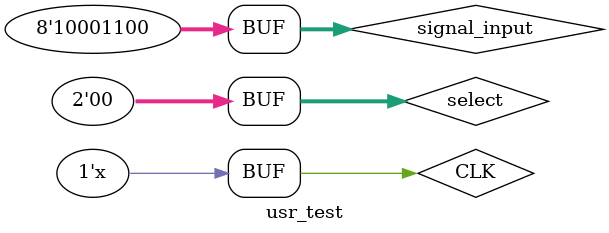
<source format=v>
`timescale 1ns / 1ps


module usr_test;

	// Inputs
	reg [7:0] signal_input;
	reg [1:0] select;
	reg CLK;

	// Outputs
	wire [7:0] signal_output;
	wire serial_output;

	// Instantiate the Unit Under Test (UUT)
	usr_trx uut (
		.signal_input(signal_input), 
		.signal_output(signal_output), 
		.serial_output(serial_output), 
		.select(select), 
		.CLK(CLK)
	);
always begin
		#100 CLK=~CLK;
    end
	initial begin
		// Initialize Inputs
		signal_input = 0;
		select = 0; 
		
		CLK = 0; 

		// Wait 100 ns for global reset to finish

		// Add stimulus here
#180;
		signal_input = 8'b10001100;
		select = 2'b01;
	
		 
#180;
		signal_input = 8'b10001100;
		select = 2'b10;
	
		
#180;
		signal_input = 8'b10001100;
		select = 2'b11;
		
#180;
		signal_input = 8'b10001100;
		select = 2'b00;
		
end
      
endmodule


</source>
